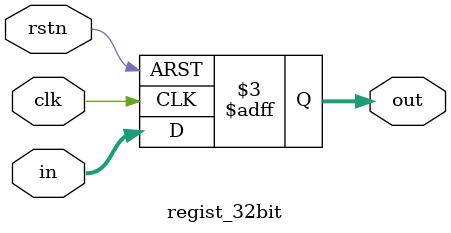
<source format=v>

module regist_32bit(
//-----input-----
  clk,
  rstn,
  in,
//-----output-----
  out
);

input clk;
input rstn;
input [31:0]in;
output [31:0]out;
reg [31:0]out;

always@(posedge clk or negedge rstn)
begin
  if(!rstn)
    begin
      out<=32'b0;
    end
  else
    begin
      out<=in;
    end
end

endmodule

</source>
